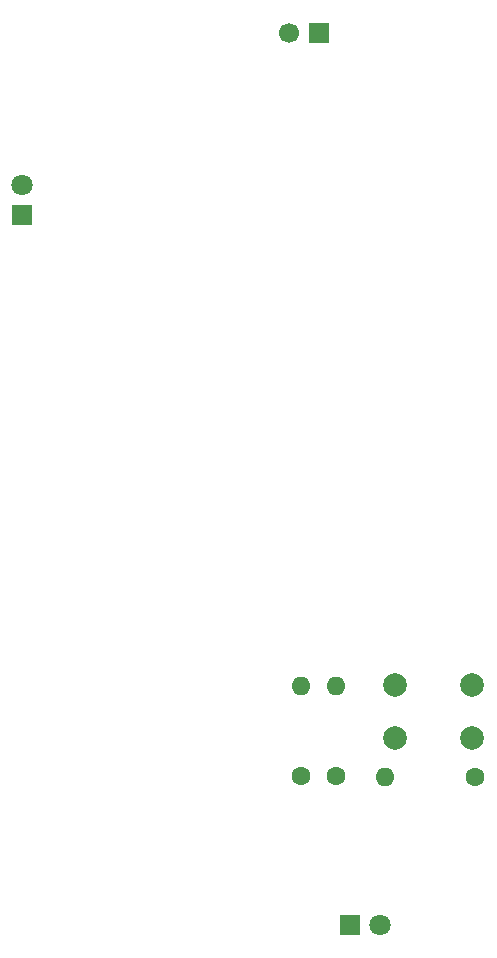
<source format=gbr>
%TF.GenerationSoftware,KiCad,Pcbnew,9.0.1*%
%TF.CreationDate,2025-04-28T16:37:29-06:00*%
%TF.ProjectId,Now were talkin,4e6f7720-7765-4726-9520-74616c6b696e,rev?*%
%TF.SameCoordinates,Original*%
%TF.FileFunction,Soldermask,Top*%
%TF.FilePolarity,Negative*%
%FSLAX46Y46*%
G04 Gerber Fmt 4.6, Leading zero omitted, Abs format (unit mm)*
G04 Created by KiCad (PCBNEW 9.0.1) date 2025-04-28 16:37:29*
%MOMM*%
%LPD*%
G01*
G04 APERTURE LIST*
%ADD10R,1.800000X1.800000*%
%ADD11C,1.800000*%
%ADD12R,1.700000X1.700000*%
%ADD13C,1.700000*%
%ADD14C,2.000000*%
%ADD15C,1.600000*%
%ADD16O,1.600000X1.600000*%
G04 APERTURE END LIST*
D10*
%TO.C,D3*%
X140924867Y-108110290D03*
D11*
X140924867Y-105570290D03*
%TD*%
D10*
%TO.C,D4*%
X168632356Y-168204690D03*
D11*
X171172356Y-168204690D03*
%TD*%
D12*
%TO.C,M2*%
X166072711Y-92718134D03*
D13*
X163532711Y-92718134D03*
%TD*%
D14*
%TO.C,SW2*%
X172468314Y-152449588D03*
X178968314Y-152449588D03*
X172468314Y-147949588D03*
X178968314Y-147949588D03*
%TD*%
D15*
%TO.C,R6*%
X179280878Y-155733415D03*
D16*
X171660878Y-155733415D03*
%TD*%
D15*
%TO.C,R5*%
X167500000Y-155659275D03*
D16*
X167500000Y-148039275D03*
%TD*%
D15*
%TO.C,R4*%
X164500000Y-155659275D03*
D16*
X164500000Y-148039275D03*
%TD*%
M02*

</source>
